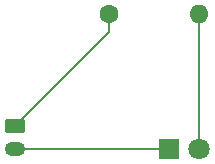
<source format=gbr>
%TF.GenerationSoftware,KiCad,Pcbnew,8.0.8*%
%TF.CreationDate,2025-02-18T20:07:34-06:00*%
%TF.ProjectId,Lab5,4c616235-2e6b-4696-9361-645f70636258,rev?*%
%TF.SameCoordinates,Original*%
%TF.FileFunction,Copper,L1,Top*%
%TF.FilePolarity,Positive*%
%FSLAX46Y46*%
G04 Gerber Fmt 4.6, Leading zero omitted, Abs format (unit mm)*
G04 Created by KiCad (PCBNEW 8.0.8) date 2025-02-18 20:07:34*
%MOMM*%
%LPD*%
G01*
G04 APERTURE LIST*
G04 Aperture macros list*
%AMRoundRect*
0 Rectangle with rounded corners*
0 $1 Rounding radius*
0 $2 $3 $4 $5 $6 $7 $8 $9 X,Y pos of 4 corners*
0 Add a 4 corners polygon primitive as box body*
4,1,4,$2,$3,$4,$5,$6,$7,$8,$9,$2,$3,0*
0 Add four circle primitives for the rounded corners*
1,1,$1+$1,$2,$3*
1,1,$1+$1,$4,$5*
1,1,$1+$1,$6,$7*
1,1,$1+$1,$8,$9*
0 Add four rect primitives between the rounded corners*
20,1,$1+$1,$2,$3,$4,$5,0*
20,1,$1+$1,$4,$5,$6,$7,0*
20,1,$1+$1,$6,$7,$8,$9,0*
20,1,$1+$1,$8,$9,$2,$3,0*%
G04 Aperture macros list end*
%TA.AperFunction,ComponentPad*%
%ADD10C,1.600000*%
%TD*%
%TA.AperFunction,ComponentPad*%
%ADD11O,1.600000X1.600000*%
%TD*%
%TA.AperFunction,ComponentPad*%
%ADD12RoundRect,0.250000X-0.625000X0.350000X-0.625000X-0.350000X0.625000X-0.350000X0.625000X0.350000X0*%
%TD*%
%TA.AperFunction,ComponentPad*%
%ADD13O,1.750000X1.200000*%
%TD*%
%TA.AperFunction,ComponentPad*%
%ADD14R,1.800000X1.800000*%
%TD*%
%TA.AperFunction,ComponentPad*%
%ADD15C,1.800000*%
%TD*%
%TA.AperFunction,Conductor*%
%ADD16C,0.200000*%
%TD*%
G04 APERTURE END LIST*
D10*
%TO.P,R1,1*%
%TO.N,Net-(J1-Pin_1)*%
X33380000Y-18000000D03*
D11*
%TO.P,R1,2*%
%TO.N,Net-(D1-A)*%
X41000000Y-18000000D03*
%TD*%
D12*
%TO.P,J1,1,Pin_1*%
%TO.N,Net-(J1-Pin_1)*%
X25450000Y-27500000D03*
D13*
%TO.P,J1,2,Pin_2*%
%TO.N,Net-(D1-K)*%
X25450000Y-29500000D03*
%TD*%
D14*
%TO.P,D1,1,K*%
%TO.N,Net-(D1-K)*%
X38460000Y-29500000D03*
D15*
%TO.P,D1,2,A*%
%TO.N,Net-(D1-A)*%
X41000000Y-29500000D03*
%TD*%
D16*
%TO.N,Net-(D1-K)*%
X38460000Y-29500000D02*
X25450000Y-29500000D01*
%TO.N,Net-(D1-A)*%
X41000000Y-18000000D02*
X41000000Y-29500000D01*
%TO.N,Net-(J1-Pin_1)*%
X33380000Y-19570000D02*
X33380000Y-18000000D01*
X25450000Y-27500000D02*
X33380000Y-19570000D01*
%TD*%
M02*

</source>
